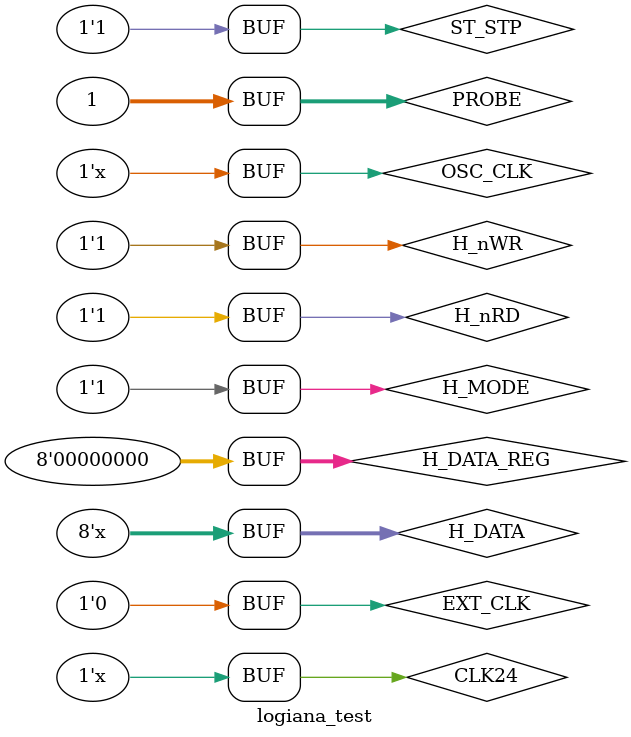
<source format=v>
`timescale 1ns / 1ns

module logiana_test;

	// Inputs
	reg CLK24;
	reg OSC_CLK;
	reg EXT_CLK;
	reg [31:0] PROBE;
	
	reg H_nRD;
	reg H_nWR;
	reg H_MODE;
	reg ST_STP;

	// Outputs
	wire [16:0] RAM_ADDR;
	wire RAM_nCE3;
	wire RAM_nOE;
	wire RAM_nGW;
	wire RAM_nADSC;
	wire RAM_CLK;
	wire RUNNING;
	wire [7:0] USER;
    wire CN1_40;
	
	// inout
	reg [31:0] RAM_DATA_REG;
   wire [31:0] RAM_DATA;
	assign RAM_DATA = (RAM_nGW == 0 ? 32'bzzzzzzzzzzzzzzzzzzzzzzzzzzzzzzzz : RAM_DATA_REG);
	
	reg [7:0] H_DATA_REG;
	wire [7:0] H_DATA;
	assign H_DATA = (H_nWR == 0 ? H_DATA_REG : 8'bzzzzzzzz);

//	wire [14:0] DEBUG;

	// Instantiate the Unit Under Test (UUT)
	logiana uut (
		.USER(USER),
        .CN1_40(CN1_40),
		.OSC_CLK(OSC_CLK), 
		.EXT_CLK(EXT_CLK), 
		.CLK24(CLK24),
		.PROBE(PROBE),
		.H_nRD(H_nRD),
		.H_nWR(H_nWR),
		.H_MODE(H_MODE),
		.H_DATA(H_DATA),
		.ST_STP(ST_STP), 
		.RAM_ADDR(RAM_ADDR),
		.RAM_DATA(RAM_DATA),
		.RAM_nCE3(RAM_nCE3), 
		.RAM_nOE(RAM_nOE), 
		.RAM_nGW(RAM_nGW), 
		.RAM_nADSC(RAM_nADSC), 
		.RAM_CLK(RAM_CLK),
		.RUNNING(RUNNING)
	);
	
	always #5 OSC_CLK = ~OSC_CLK;
	always #20 CLK24 = ~CLK24;

	initial begin
		// Initialize Inputs
		OSC_CLK = 0;
		EXT_CLK = 0;
		CLK24 = 0;
		ST_STP = 0;
		H_nWR = 1;
		H_nRD = 1;
		H_MODE = 0;
		PROBE = 0;

		// Wait for global reset to finish
		#100;
		ST_STP = 0;
		
		// Add stimulus here
		#50
		H_MODE = 0;
		H_DATA_REG = 8'h12;	// sampling rate 50MHz, LAST
		#10;
		H_nWR = 0;
		#10;
		H_nWR = 1;
		#10;

		
		#50;
		H_MODE = 1;		
		H_DATA_REG = 8'h00;	// pos-edge trigger on probe[0]
		#10;
		H_nWR = 0;
		#10;
		H_nWR = 1;

		#97;
		H_MODE = 0;		
		ST_STP = 1;

		#200;
		PROBE[0] = 1;
		
		#800;
		H_MODE = 1;
		#20;
		
		H_nRD = 0;
		#20;
		H_nRD = 1;
		#20;
		H_nRD = 0;
		#20;
		H_nRD = 1;
		#20;
		H_nRD = 0;
		#20;
		H_nRD = 1;
		#20;
		H_nRD = 0;
		#20;
		H_nRD = 1;
		#20;
		
		H_nRD = 0;
		#20;
		H_nRD = 1;
		#20;
		H_nRD = 0;
		#20;
		H_nRD = 1;
		#20;
		H_nRD = 0;
		#20;
		H_nRD = 1;
		#20;
		H_nRD = 0;
		#20;
		H_nRD = 1;
		#20;

		H_nRD = 0;
		#20;
		H_nRD = 1;
		#20;
		H_nRD = 0;
		#20;
		H_nRD = 1;
		#20;
		H_nRD = 0;
		#20;
		H_nRD = 1;
		#20;
		H_nRD = 0;
		#20;
		H_nRD = 1;
		#20;

		H_nRD = 0;
		#20;
		H_nRD = 1;
		#20;
		H_nRD = 0;
		#20;
		H_nRD = 1;
		#20;
		H_nRD = 0;
		#20;
		H_nRD = 1;
		#20;
		H_nRD = 0;
		#20;
		H_nRD = 1;
		#20;

		H_nRD = 0;
		#20;
		H_nRD = 1;
		#20;
		H_nRD = 0;
		#20;
		H_nRD = 1;
		#20;
		H_nRD = 0;
		#20;
		H_nRD = 1;
		#20;
		H_nRD = 0;
		#20;
		H_nRD = 1;
		#20;

		H_nRD = 0;
		#20;
		H_nRD = 1;
		#20;
		H_nRD = 0;
		#20;
		H_nRD = 1;
		#20;
		H_nRD = 0;
		#20;
		H_nRD = 1;
		#20;
		H_nRD = 0;
		#20;
		H_nRD = 1;
		#20;

		H_nRD = 0;
		#20;
		H_nRD = 1;
		#20;
		H_nRD = 0;
		#20;
		H_nRD = 1;
		#20;
		H_nRD = 0;
		#20;
		H_nRD = 1;
		#20;
		H_nRD = 0;
		#20;
		H_nRD = 1;
		#20;

		H_nRD = 0;
		#20;
		H_nRD = 1;
		#20;
		H_nRD = 0;
		#20;
		H_nRD = 1;
		#20;
		H_nRD = 0;
		#20;
		H_nRD = 1;
		#20;
		H_nRD = 0;
		#20;
		H_nRD = 1;
		#20;

		H_nRD = 0;
		#20;
		H_nRD = 1;
		#20;
		H_nRD = 0;
		#20;
		H_nRD = 1;
		#20;
		H_nRD = 0;
		#20;
		H_nRD = 1;
		#20;
		H_nRD = 0;
		#20;
		H_nRD = 1;
		#20;

		H_nRD = 0;
		#20;
		H_nRD = 1;
		#20;
		H_nRD = 0;
		#20;
		H_nRD = 1;
		#20;
		H_nRD = 0;
		#20;
		H_nRD = 1;
		#20;
		H_nRD = 0;
		#20;
		H_nRD = 1;
		#20;

		H_nRD = 0;
		#20;
		H_nRD = 1;
		#20;
		H_nRD = 0;
		#20;
		H_nRD = 1;
		#20;
		H_nRD = 0;
		#20;
		H_nRD = 1;
		#20;
		H_nRD = 0;
		#20;
		H_nRD = 1;
		#20;

		H_nRD = 0;
		#20;
		H_nRD = 1;
		#20;
		H_nRD = 0;
		#20;
		H_nRD = 1;
		#20;
		H_nRD = 0;
		#20;
		H_nRD = 1;
		#20;
		H_nRD = 0;
		#20;
		H_nRD = 1;
		#20;


		
	end
      
endmodule


</source>
